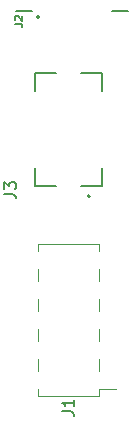
<source format=gbr>
G04 #@! TF.GenerationSoftware,KiCad,Pcbnew,(5.1.10)-1*
G04 #@! TF.CreationDate,2021-10-26T18:23:48-05:00*
G04 #@! TF.ProjectId,samtec_dbg,73616d74-6563-45f6-9462-672e6b696361,rev?*
G04 #@! TF.SameCoordinates,Original*
G04 #@! TF.FileFunction,Legend,Top*
G04 #@! TF.FilePolarity,Positive*
%FSLAX46Y46*%
G04 Gerber Fmt 4.6, Leading zero omitted, Abs format (unit mm)*
G04 Created by KiCad (PCBNEW (5.1.10)-1) date 2021-10-26 18:23:48*
%MOMM*%
%LPD*%
G01*
G04 APERTURE LIST*
%ADD10C,0.200000*%
%ADD11C,0.120000*%
%ADD12C,0.150000*%
G04 APERTURE END LIST*
D10*
X111815000Y-120535000D02*
G75*
G03*
X111815000Y-120535000I-100000J0D01*
G01*
X112860000Y-110105000D02*
X111063660Y-110105000D01*
X108936340Y-110105000D02*
X107140000Y-110105000D01*
X111063660Y-119635000D02*
X112860000Y-119635000D01*
X107140000Y-119635000D02*
X108936340Y-119635000D01*
X112860000Y-118130000D02*
X112860000Y-119635000D01*
X112860000Y-111610000D02*
X112860000Y-110105000D01*
X107140000Y-111610000D02*
X107140000Y-110105000D01*
X107140000Y-119635000D02*
X107140000Y-118130000D01*
X107520000Y-105355000D02*
G75*
G03*
X107520000Y-105355000I-100000J0D01*
G01*
X113697500Y-104845000D02*
X115062500Y-104845000D01*
X105535000Y-104845000D02*
X106902500Y-104845000D01*
D11*
X112600000Y-137410000D02*
X107400000Y-137410000D01*
X112600000Y-124590000D02*
X107400000Y-124590000D01*
X114040000Y-136840000D02*
X112600000Y-136840000D01*
X112600000Y-137410000D02*
X112600000Y-136840000D01*
X107400000Y-137410000D02*
X107400000Y-136840000D01*
X112600000Y-125160000D02*
X112600000Y-124590000D01*
X107400000Y-125160000D02*
X107400000Y-124590000D01*
X112600000Y-135320000D02*
X112600000Y-134300000D01*
X107400000Y-135320000D02*
X107400000Y-134300000D01*
X112600000Y-132780000D02*
X112600000Y-131760000D01*
X107400000Y-132780000D02*
X107400000Y-131760000D01*
X112600000Y-130240000D02*
X112600000Y-129220000D01*
X107400000Y-130240000D02*
X107400000Y-129220000D01*
X112600000Y-127700000D02*
X112600000Y-126680000D01*
X107400000Y-127700000D02*
X107400000Y-126680000D01*
D12*
X104552380Y-120333333D02*
X105266666Y-120333333D01*
X105409523Y-120380952D01*
X105504761Y-120476190D01*
X105552380Y-120619047D01*
X105552380Y-120714285D01*
X104552380Y-119952380D02*
X104552380Y-119333333D01*
X104933333Y-119666666D01*
X104933333Y-119523809D01*
X104980952Y-119428571D01*
X105028571Y-119380952D01*
X105123809Y-119333333D01*
X105361904Y-119333333D01*
X105457142Y-119380952D01*
X105504761Y-119428571D01*
X105552380Y-119523809D01*
X105552380Y-119809523D01*
X105504761Y-119904761D01*
X105457142Y-119952380D01*
X105449523Y-105913333D02*
X105906666Y-105913333D01*
X105998095Y-105943809D01*
X106059047Y-106004761D01*
X106089523Y-106096190D01*
X106089523Y-106157142D01*
X105510476Y-105639047D02*
X105480000Y-105608571D01*
X105449523Y-105547619D01*
X105449523Y-105395238D01*
X105480000Y-105334285D01*
X105510476Y-105303809D01*
X105571428Y-105273333D01*
X105632380Y-105273333D01*
X105723809Y-105303809D01*
X106089523Y-105669523D01*
X106089523Y-105273333D01*
X109452380Y-138743333D02*
X110166666Y-138743333D01*
X110309523Y-138790952D01*
X110404761Y-138886190D01*
X110452380Y-139029047D01*
X110452380Y-139124285D01*
X110452380Y-137743333D02*
X110452380Y-138314761D01*
X110452380Y-138029047D02*
X109452380Y-138029047D01*
X109595238Y-138124285D01*
X109690476Y-138219523D01*
X109738095Y-138314761D01*
M02*

</source>
